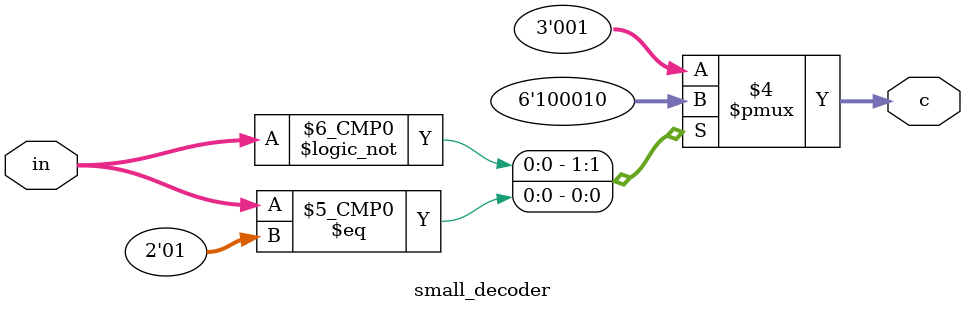
<source format=v>
`timescale 1ns / 1ps
module DisplayNumber(
    input clk,
    output [7:0] DATA,
    output [2:0] CTL
    );

	reg reset, increment;
	reg [3:0] digit_one, digit_two, digit_three;
	reg [9:0] number;
	reg [23:0] counter;
	reg [23:0] counter_s;
	reg [1:0] sel;

	wire [1:0] select;
	wire [3:0] mux_to_main_dec;
	wire [7:0] data_out;
	wire [2:0] ctl_out;
	
	assign select = sel;
	
	initial 
	begin
		counter <= 24'd0;
		counter_s <= 24'd0;
		number <= 0;
		digit_one <= 0;
		digit_two <= 0;
		digit_three <= 0;
		reset <= 0;
		increment <= 1;
		sel <= 2'b00;
	end
	

	//BCD counter
	always @(posedge clk)
	begin
		counter <= counter + 1;
		counter_s <= counter_s + 1;
		if(counter >= 12000000)
		begin
			counter <= 0;
			number <= number + 1;
			if(reset)
			begin
				reset <= 0;
				increment <= 1;
				digit_one <= 0;
				digit_two <= 0;
				digit_three <= 0;
				number <= 0;
				sel <= 2'b00;
			end
			else if(increment)
			begin
				//BCD values wrap at 9 
				if(digit_one == 4'd9)
					digit_one <= 0;
				else
					digit_one <= digit_one + 1;

				//Carry when previous digit wraps
				if(digit_one == 4'd9)
				begin
					if(digit_two == 4'd9)
						digit_two <= 0;
					else
						digit_two <= digit_two + 1;
				
					if(digit_two == 4'd9)
					begin
						if(digit_three == 4'd9)
							digit_three <= 0;
						else
							digit_three <= digit_three + 1;
					end		 
				end
			end
		end
		// Multiplex display digits every 0.83ms
		if(counter_s == 10000)
		begin
			counter_s <= 24'd0;
			if(number > 9 && number < 100)
			begin
				sel[0] <= ~sel[0];
			end
			if(number > 99)
			begin
				sel <= sel >= 2'b10 ? 2'b00 : sel + 1;
			end
			if(number > 999)
				reset <= 1;
		end
	end
	
	// Multiplexer between 3 digits
	mux3_1 selector(
		.a(digit_one),
		.b(digit_two),
		.c(digit_three),
		.sel(select),
		.out(mux_to_main_dec)
		);
	
	// Decoder to convert from a number to digit to display
	num_to_digit decoder(
		.clk(clk),
		.num(mux_to_main_dec),
		.digit(data_out)
		);
	
	// Small decoder to select the digit
	small_decoder small_dec(
		.in(select),
		.c(ctl_out)
		);

	assign DATA = ~data_out;
	assign CTL = ~ctl_out;

endmodule

module num_to_digit(
	input clk,
	input [3:0] num,
	output reg [7:0] digit
	);
	
	always @ (posedge clk) begin
		case (num)
			4'b0000 : digit <= 8'b00111111;
			4'b0001 : digit <= 8'b00000110;
			4'b0010 : digit <= 8'b01011011;
			4'b0011 : digit <= 8'b01001111;
			4'b0100 : digit <= 8'b01100110;
			4'b0101 : digit <= 8'b01101101;
			4'b0110 : digit <= 8'b01111101;
			4'b0111 : digit <= 8'b00000111;
			4'b1000 : digit <= 8'b01111111;
			4'b1001 : digit <= 8'b01101111;
			default : digit <= 8'b00000000;
		endcase
	end
	
endmodule

module mux3_1(
	input wire [3:0] a,
	input wire [3:0] b,
	input wire [3:0] c,
	input [1:0] sel,
	output reg [3:0] out
	);
	
	
	always @ (*)
	begin
		case (sel)
			2'b00 : out <= a;
			2'b01 : out <= b;
			2'b10 : out <= c;
			2'b11 : out <= a;
		endcase
	end


endmodule

module small_decoder(
	input [1:0] in,
	output reg [2:0] c
	);
	
	always @ (in[0] or in[1])
	begin
		case (in)
			2'b00 : c <= 3'b100;
			2'b01 : c <= 3'b010;
			2'b10 : c <= 3'b001;
			default : c <= 3'b001;
		endcase
	end
	
endmodule
</source>
